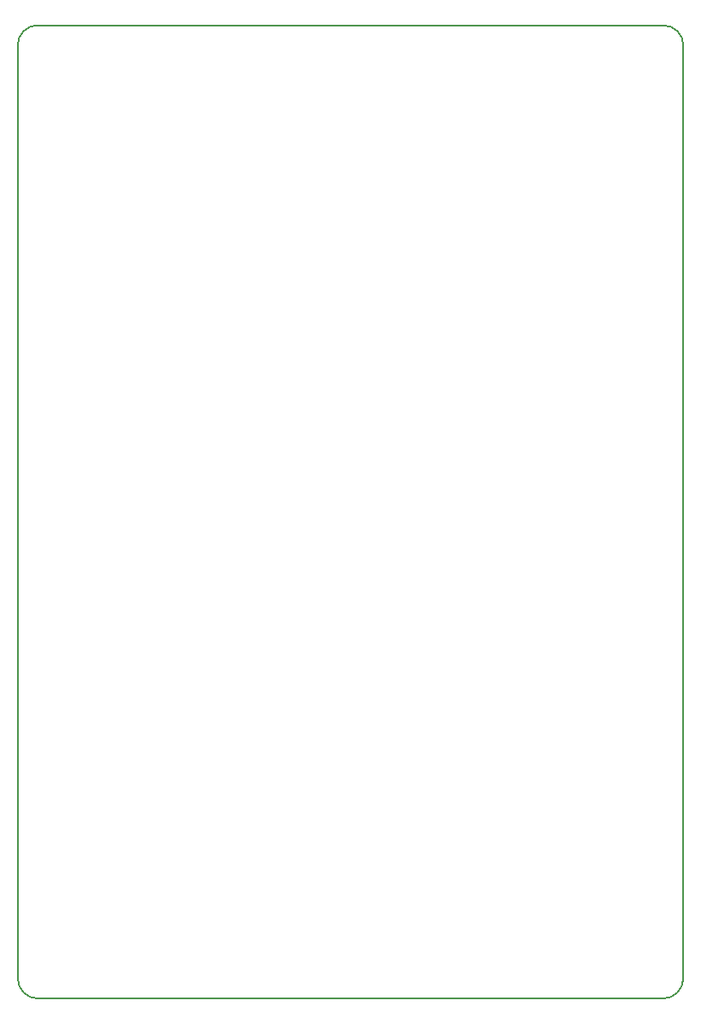
<source format=gbr>
%TF.GenerationSoftware,KiCad,Pcbnew,5.1.10-88a1d61d58~88~ubuntu21.04.1*%
%TF.CreationDate,2021-07-07T15:16:20+02:00*%
%TF.ProjectId,USBaspDualZif-bottom,55534261-7370-4447-9561-6c5a69662d62,V1.0*%
%TF.SameCoordinates,Original*%
%TF.FileFunction,Paste,Bot*%
%TF.FilePolarity,Positive*%
%FSLAX46Y46*%
G04 Gerber Fmt 4.6, Leading zero omitted, Abs format (unit mm)*
G04 Created by KiCad (PCBNEW 5.1.10-88a1d61d58~88~ubuntu21.04.1) date 2021-07-07 15:16:20*
%MOMM*%
%LPD*%
G01*
G04 APERTURE LIST*
%TA.AperFunction,Profile*%
%ADD10C,0.200000*%
%TD*%
G04 APERTURE END LIST*
D10*
X48821500Y-58418500D02*
G75*
G03*
X46821500Y-60418500I0J-2000000D01*
G01*
X46821500Y-152917500D02*
G75*
G03*
X48821500Y-154917500I2000000J0D01*
G01*
X110823500Y-154916000D02*
G75*
G03*
X112823500Y-152916000I0J2000000D01*
G01*
X112823500Y-60420000D02*
G75*
G03*
X110823500Y-58420000I-2000000J0D01*
G01*
X46821500Y-152917500D02*
X46821500Y-60418500D01*
X110823500Y-154916000D02*
X48821500Y-154917500D01*
X112823500Y-60420000D02*
X112823500Y-152916000D01*
X48821500Y-58418500D02*
X110823500Y-58420000D01*
M02*

</source>
